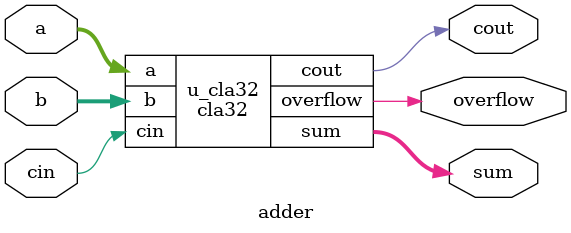
<source format=v>
`timescale 1ns / 1ps

// 4-bit CLA 基本块
module cla4 (
    input  wire [3:0] a,
    input  wire [3:0] b,
    input  wire       cin,
    output wire [3:0] sum,
    output wire       cout,
    output wire       P_group,
    output wire       G_group
);
    wire [3:0] p, g;
    wire c1, c2, c3, c4;

    assign p = a ^ b;          // propagate
    assign g = a & b;          // generate

    // Bit-level carry (expanded form)
    assign c1 = g[0] | (p[0] & cin);
    assign c2 = g[1] | (p[1] & g[0]) | (p[1] & p[0] & cin);
    assign c3 = g[2] | (p[2] & g[1]) | (p[2] & p[1] & g[0]) | (p[2] & p[1] & p[0] & cin);
    assign c4 = g[3] | (p[3] & g[2]) | (p[3] & p[2] & g[1])
                      | (p[3] & p[2] & p[1] & g[0])
                      | (p[3] & p[2] & p[1] & p[0] & cin);

    // Sum bits
    assign sum[0] = p[0] ^ cin;
    assign sum[1] = p[1] ^ c1;
    assign sum[2] = p[2] ^ c2;
    assign sum[3] = p[3] ^ c3;

    assign cout = c4;

    // Group propagate / generate for block-level CLA
    assign P_group = &p; // p[3] & p[2] & p[1] & p[0]
    assign G_group = g[3] | (p[3] & g[2]) | (p[3] & p[2] & g[1]) | (p[3] & p[2] & p[1] & g[0]);
endmodule

// 上层 32 位 CLA：实例化 8 个 cla4 并做块级进位展开
module cla32 (
    input  wire [31:0] a,
    input  wire [31:0] b,
    input  wire        cin,
    output wire [31:0] sum,
    output wire        cout,
    output wire        overflow
);
    wire [7:0] P_blk, G_blk;   // Block propagate / generate
    wire [8:0] C_blk;          // Block carries (C_blk[0]=cin, C_blk[8]=cout)
    assign C_blk[0] = cin;

    genvar i;
    generate
        for (i = 0; i < 8; i = i + 1) begin : GEN_CLA4
            cla4 u_cla4 (
                .a      (a[4*i+3 : 4*i]),
                .b      (b[4*i+3 : 4*i]),
                .cin    (C_blk[i]),
                .sum    (sum[4*i+3 : 4*i]),
                .cout   (),
                .P_group(P_blk[i]),
                .G_group(G_blk[i])
            );
        end
    endgenerate

    // Second-level block carry look-ahead expansion
    assign C_blk[1] = G_blk[0] | (P_blk[0] & C_blk[0]);
    assign C_blk[2] = G_blk[1] | (P_blk[1] & G_blk[0]) | (P_blk[1] & P_blk[0] & C_blk[0]);
    assign C_blk[3] = G_blk[2] | (P_blk[2] & G_blk[1]) | (P_blk[2] & P_blk[1] & G_blk[0]) | (P_blk[2] & P_blk[1] & P_blk[0] & C_blk[0]);
    assign C_blk[4] = G_blk[3] | (P_blk[3] & G_blk[2]) | (P_blk[3] & P_blk[2] & G_blk[1]) | (P_blk[3] & P_blk[2] & P_blk[1] & G_blk[0]) | (P_blk[3] & P_blk[2] & P_blk[1] & P_blk[0] & C_blk[0]);
    assign C_blk[5] = G_blk[4] | (P_blk[4] & G_blk[3]) | (P_blk[4] & P_blk[3] & G_blk[2]) | (P_blk[4] & P_blk[3] & P_blk[2] & G_blk[1]) | (P_blk[4] & P_blk[3] & P_blk[2] & P_blk[1] & G_blk[0]) | (P_blk[4] & P_blk[3] & P_blk[2] & P_blk[1] & P_blk[0] & C_blk[0]);
    assign C_blk[6] = G_blk[5] | (P_blk[5] & G_blk[4]) | (P_blk[5] & P_blk[4] & G_blk[3]) | (P_blk[5] & P_blk[4] & P_blk[3] & G_blk[2]) | (P_blk[5] & P_blk[4] & P_blk[3] & P_blk[2] & G_blk[1]) | (P_blk[5] & P_blk[4] & P_blk[3] & P_blk[2] & P_blk[1] & G_blk[0]) | (P_blk[5] & P_blk[4] & P_blk[3] & P_blk[2] & P_blk[1] & P_blk[0] & C_blk[0]);
    assign C_blk[7] = G_blk[6] | (P_blk[6] & G_blk[5]) | (P_blk[6] & P_blk[5] & G_blk[4]) | (P_blk[6] & P_blk[5] & P_blk[4] & G_blk[3]) | (P_blk[6] & P_blk[5] & P_blk[4] & P_blk[3] & G_blk[2]) | (P_blk[6] & P_blk[5] & P_blk[4] & P_blk[3] & P_blk[2] & G_blk[1]) | (P_blk[6] & P_blk[5] & P_blk[4] & P_blk[3] & P_blk[2] & P_blk[1] & G_blk[0]) | (P_blk[6] & P_blk[5] & P_blk[4] & P_blk[3] & P_blk[2] & P_blk[1] & P_blk[0] & C_blk[0]);
    assign C_blk[8] = G_blk[7] | (P_blk[7] & G_blk[6]) | (P_blk[7] & P_blk[6] & G_blk[5]) | (P_blk[7] & P_blk[6] & P_blk[5] & G_blk[4]) | (P_blk[7] & P_blk[6] & P_blk[5] & P_blk[4] & G_blk[3]) | (P_blk[7] & P_blk[6] & P_blk[5] & P_blk[4] & P_blk[3] & G_blk[2]) | (P_blk[7] & P_blk[6] & P_blk[5] & P_blk[4] & P_blk[3] & P_blk[2] & G_blk[1]) | (P_blk[7] & P_blk[6] & P_blk[5] & P_blk[4] & P_blk[3] & P_blk[2] & P_blk[1] & G_blk[0]) | (P_blk[7] & P_blk[6] & P_blk[5] & P_blk[4] & P_blk[3] & P_blk[2] & P_blk[1] & P_blk[0] & C_blk[0]);

    assign cout = C_blk[8];

    // Signed overflow: (a[31] & b[31] & ~sum[31]) | (~a[31] & ~b[31] & sum[31])
    assign overflow = (a[31] & b[31] & ~sum[31]) | (~a[31] & ~b[31] & sum[31]);
endmodule

// 顶层包装（保留 cin / cout / overflow 接口）
module adder (
    input  wire [31:0] a,
    input  wire [31:0] b,
    input  wire        cin,
    output wire [31:0] sum,
    output wire        cout,
    output wire        overflow
);
    cla32 u_cla32 (
        .a(a),
        .b(b),
        .cin(cin),
        .sum(sum),
        .cout(cout),
        .overflow(overflow)
    );
endmodule



</source>
